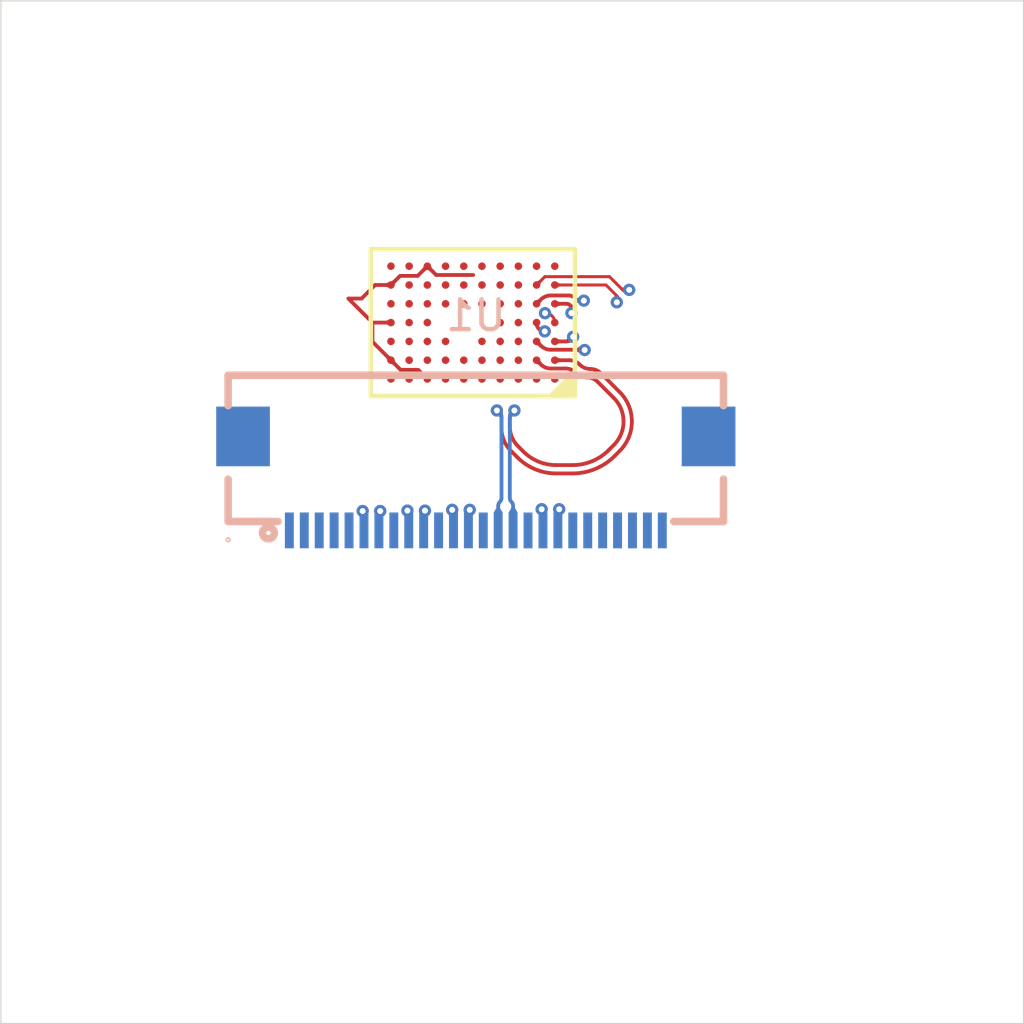
<source format=kicad_pcb>
(kicad_pcb (version 20231212) (generator "pcbnew") (generator_version "7.99")
  (layers (0 "F.Cu" mixed "TopLayer") (1 "In1.Cu" signal "MidLayer1") (2 "In2.Cu" power "MidLayer2") (3 "In3.Cu" power "MidLayer3") (4 "In4.Cu" signal "MidLayer4") (31 "B.Cu" mixed "BottomLayer") (34 "B.Paste" user "BottomPaste") (35 "F.Paste" user "TopPaste") (36 "B.SilkS" user "BottomOverlay") (37 "F.SilkS" user "TopOverlay") (38 "B.Mask" user "BottomSolder") (39 "F.Mask" user "TopSolder") (44 "Edge.Cuts" user))
  (net 0 "")
  (net 1 "GND")
  (net 2 "DOVDD")
  (net 3 "DVDD")
  (net 4 "AVDD")
  (net 7 "Net-(C110-Pad1)")
  (net 10 "Net-(C102-Pad1)")
  (net 13 "Net-(C108-Pad1)")
  (net 14 "Net-(C107-Pad1)")
  (net 15 "Net-(C109-Pad1)")
  (net 24 "/MIPI_MDN1")
  (net 25 "/SID0")
  (net 26 "/MCLK")
  (net 27 "/XVCLK")
  (net 28 "/SCL")
  (net 29 "/RESETB")
  (net 30 "/MIPI_MCN")
  (net 31 "/MIPI_MDP3")
  (net 32 "/MIPI_MDN0")
  (net 33 "/MIPI_MDP2")
  (net 34 "/SDA")
  (net 35 "/MIPI_MDN3")
  (net 36 "/MIPI_MDP1")
  (net 37 "/GPIO1_VSYNC_PWDN")
  (net 38 "/MIPI_MDP0")
  (net 39 "/MIPI_MCP")
  (net 40 "/MIPI_MDN2")
  (net 41 "/GPIO0_FSIN_STROBE")
  (net 42 "GNDA")
  (footprint "BGA7*10" (layer "F.Cu") (at 149.56124 78.41056)
    (property "Reference" "U28" (hide yes))
    (property "Value" "NC" (hide yes))
    (fp_line (start -6.16535 -4.35075) (end 0.67459 -4.35075) (stroke (width 0.1524)) (layer "F.SilkS"))
    (fp_line (start -6.16535 0.57213) (end -6.16535 -4.35075) (stroke (width 0.1524)) (layer "F.SilkS"))
    (fp_line (start -6.16535 0.57213) (end 0.67459 0.57213) (stroke (width 0.1524)) (layer "F.SilkS"))
    (fp_line (start -0.58067 0.57213) (end -0.14516 0.57213) (stroke (width 0.1524)) (layer "F.SilkS"))
    (fp_line (start -0.14516 0.57213) (end 0.67459 -0.24763) (stroke (width 0.1524)) (layer "F.SilkS"))
    (fp_line (start 0.08539 0.5209) (end 0.26042 0.5209) (stroke (width 0.1524)) (layer "F.SilkS"))
    (fp_line (start 0.08539 0.5209) (end 0.67459 -0.06831) (stroke (width 0.1524)) (layer "F.SilkS"))
    (fp_line (start 0.26042 0.5209) (end 0.62334 0.15798) (stroke (width 0.1524)) (layer "F.SilkS"))
    (fp_line (start 0.40774 0.57213) (end 0.5401 0.57213) (stroke (width 0.1524)) (layer "F.SilkS"))
    (fp_line (start 0.40774 0.57213) (end 0.62334 0.35653) (stroke (width 0.1524)) (layer "F.SilkS"))
    (fp_line (start 0.5401 0.57213) (end 0.67459 0.43763) (stroke (width 0.1524)) (layer "F.SilkS"))
    (fp_line (start 0.62334 0.35653) (end 0.62334 0.15798) (stroke (width 0.1524)) (layer "F.SilkS"))
    (fp_line (start 0.67459 -0.06831) (end 0.67459 -0.24763) (stroke (width 0.1524)) (layer "F.SilkS"))
    (fp_line (start 0.67459 0.57213) (end 0.67459 -4.35075) (stroke (width 0.1524)) (layer "F.SilkS"))
    (pad "A1" smd circle (at 0 0 180) (size 0.254 0.254) (layers "F.Cu" "F.Paste" "F.Mask") (clearance 0.0889))
    (pad "A2" smd circle (at -0.61 0 180) (size 0.254 0.254) (layers "F.Cu" "F.Paste" "F.Mask") (net 1 "GND") (clearance 0.0889))
    (pad "A3" smd circle (at -1.22 0 180) (size 0.254 0.254) (layers "F.Cu" "F.Paste" "F.Mask") (net 2 "DOVDD"))
    (pad "A4" smd circle (at -1.83 0 180) (size 0.254 0.254) (layers "F.Cu" "F.Paste" "F.Mask") (net 4 "AVDD"))
    (pad "A5" smd circle (at -2.44 0 180) (size 0.254 0.254) (layers "F.Cu" "F.Paste" "F.Mask") (net 42 "GNDA"))
    (pad "A6" smd circle (at -3.05 0 180) (size 0.254 0.254) (layers "F.Cu" "F.Paste" "F.Mask") (net 28 "/SCL"))
    (pad "A7" smd circle (at -3.66 0 180) (size 0.254 0.254) (layers "F.Cu" "F.Paste" "F.Mask"))
    (pad "A8" smd circle (at -4.27 0 180) (size 0.254 0.254) (layers "F.Cu" "F.Paste" "F.Mask") (net 42 "GNDA"))
    (pad "A9" smd circle (at -4.87999 0 180) (size 0.254 0.254) (layers "F.Cu" "F.Paste" "F.Mask") (net 15 "Net-(C109-Pad1)"))
    (pad "A10" smd circle (at -5.48999 0 180) (size 0.254 0.254) (layers "F.Cu" "F.Paste" "F.Mask"))
    (pad "B1" smd circle (at 0 -0.63 180) (size 0.254 0.254) (layers "F.Cu" "F.Paste" "F.Mask") (net 33 "/MIPI_MDP2") (clearance 0.0889))
    (pad "B2" smd circle (at -0.61 -0.63 180) (size 0.254 0.254) (layers "F.Cu" "F.Paste" "F.Mask") (net 40 "/MIPI_MDN2") (clearance 0.0889))
    (pad "B3" smd circle (at -1.22 -0.63 180) (size 0.254 0.254) (layers "F.Cu" "F.Paste" "F.Mask") (net 3 "DVDD"))
    (pad "B4" smd circle (at -1.83 -0.63 180) (size 0.254 0.254) (layers "F.Cu" "F.Paste" "F.Mask") (net 3 "DVDD"))
    (pad "B5" smd circle (at -2.44 -0.63 180) (size 0.254 0.254) (layers "F.Cu" "F.Paste" "F.Mask"))
    (pad "B6" smd circle (at -3.05 -0.63 180) (size 0.254 0.254) (layers "F.Cu" "F.Paste" "F.Mask") (net 34 "/SDA"))
    (pad "B7" smd circle (at -3.66 -0.63 180) (size 0.254 0.254) (layers "F.Cu" "F.Paste" "F.Mask"))
    (pad "B8" smd circle (at -4.27 -0.63 180) (size 0.254 0.254) (layers "F.Cu" "F.Paste" "F.Mask") (net 4 "AVDD"))
    (pad "B9" smd circle (at -4.88 -0.62999 180) (size 0.254 0.254) (layers "F.Cu" "F.Paste" "F.Mask") (net 7 "Net-(C110-Pad1)"))
    (pad "B10" smd circle (at -5.48999 -0.63 180) (size 0.254 0.254) (layers "F.Cu" "F.Paste" "F.Mask") (net 42 "GNDA"))
    (pad "C1" smd circle (at 0 -1.26 180) (size 0.254 0.254) (layers "F.Cu" "F.Paste" "F.Mask") (net 38 "/MIPI_MDP0") (clearance 0.0889))
    (pad "C2" smd circle (at -0.61 -1.26 180) (size 0.254 0.254) (layers "F.Cu" "F.Paste" "F.Mask") (net 32 "/MIPI_MDN0") (clearance 0.0889))
    (pad "C3" smd circle (at -1.22 -1.26 180) (size 0.254 0.254) (layers "F.Cu" "F.Paste" "F.Mask") (net 3 "DVDD"))
    (pad "C4" smd circle (at -1.83 -1.26 180) (size 0.254 0.254) (layers "F.Cu" "F.Paste" "F.Mask") (net 1 "GND"))
    (pad "C5" smd circle (at -2.44 -1.26 180) (size 0.254 0.254) (layers "F.Cu" "F.Paste" "F.Mask"))
    (pad "C7" smd circle (at -3.66 -1.26 180) (size 0.254 0.254) (layers "F.Cu" "F.Paste" "F.Mask") (net 25 "/SID0"))
    (pad "C8" smd circle (at -4.27 -1.26 180) (size 0.254 0.254) (layers "F.Cu" "F.Paste" "F.Mask"))
    (pad "C9" smd circle (at -4.87999 -1.26 180) (size 0.254 0.254) (layers "F.Cu" "F.Paste" "F.Mask") (net 3 "DVDD"))
    (pad "C10" smd circle (at -5.48999 -1.26 180) (size 0.254 0.254) (layers "F.Cu" "F.Paste" "F.Mask") (net 1 "GND"))
    (pad "D1" smd circle (at 0 -1.89 180) (size 0.254 0.254) (layers "F.Cu" "F.Paste" "F.Mask") (net 39 "/MIPI_MCP") (clearance 0.0889))
    (pad "D2" smd circle (at -0.61 -1.89 180) (size 0.254 0.254) (layers "F.Cu" "F.Paste" "F.Mask") (net 30 "/MIPI_MCN") (clearance 0.0889))
    (pad "D3" smd circle (at -1.22 -1.89 180) (size 0.254 0.254) (layers "F.Cu" "F.Paste" "F.Mask") (net 1 "GND"))
    (pad "D4" smd circle (at -1.83 -1.89 180) (size 0.254 0.254) (layers "F.Cu" "F.Paste" "F.Mask") (net 2 "DOVDD"))
    (pad "D8" smd circle (at -4.27 -1.89 180) (size 0.254 0.254) (layers "F.Cu" "F.Paste" "F.Mask") (net 10 "Net-(C102-Pad1)"))
    (pad "D9" smd circle (at -4.87999 -1.89 180) (size 0.254 0.254) (layers "F.Cu" "F.Paste" "F.Mask") (net 4 "AVDD"))
    (pad "D10" smd circle (at -5.48999 -1.89 180) (size 0.254 0.254) (layers "F.Cu" "F.Paste" "F.Mask") (net 42 "GNDA"))
    (pad "E1" smd circle (at 0 -2.51999 180) (size 0.254 0.254) (layers "F.Cu" "F.Paste" "F.Mask") (net 36 "/MIPI_MDP1") (clearance 0.0889))
    (pad "E2" smd circle (at -0.61 -2.51999 180) (size 0.254 0.254) (layers "F.Cu" "F.Paste" "F.Mask") (net 24 "/MIPI_MDN1") (clearance 0.0889))
    (pad "E3" smd circle (at -1.22 -2.51999 180) (size 0.254 0.254) (layers "F.Cu" "F.Paste" "F.Mask") (net 3 "DVDD"))
    (pad "E4" smd circle (at -1.83 -2.51999 180) (size 0.254 0.254) (layers "F.Cu" "F.Paste" "F.Mask") (net 1 "GND"))
    (pad "E5" smd circle (at -2.44 -2.51999 180) (size 0.254 0.254) (layers "F.Cu" "F.Paste" "F.Mask"))
    (pad "E6" smd circle (at -3.05 -2.51999 180) (size 0.254 0.254) (layers "F.Cu" "F.Paste" "F.Mask"))
    (pad "E7" smd circle (at -3.66 -2.51999 180) (size 0.254 0.254) (layers "F.Cu" "F.Paste" "F.Mask"))
    (pad "E8" smd circle (at -4.27 -2.51999 180) (size 0.254 0.254) (layers "F.Cu" "F.Paste" "F.Mask") (net 1 "GND"))
    (pad "E9" smd circle (at -4.87999 -2.51999 180) (size 0.254 0.254) (layers "F.Cu" "F.Paste" "F.Mask") (net 3 "DVDD"))
    (pad "E10" smd circle (at -5.48999 -2.51999 180) (size 0.254 0.254) (layers "F.Cu" "F.Paste" "F.Mask") (net 1 "GND"))
    (pad "F1" smd circle (at 0 -3.14999 180) (size 0.254 0.254) (layers "F.Cu" "F.Paste" "F.Mask") (net 31 "/MIPI_MDP3") (clearance 0.0889))
    (pad "F2" smd circle (at -0.61 -3.14999 180) (size 0.254 0.254) (layers "F.Cu" "F.Paste" "F.Mask") (net 35 "/MIPI_MDN3") (clearance 0.0889))
    (pad "F3" smd circle (at -1.22 -3.14999 180) (size 0.254 0.254) (layers "F.Cu" "F.Paste" "F.Mask") (net 3 "DVDD"))
    (pad "F4" smd circle (at -1.83 -3.14999 180) (size 0.254 0.254) (layers "F.Cu" "F.Paste" "F.Mask"))
    (pad "F5" smd circle (at -2.44 -3.14999 180) (size 0.254 0.254) (layers "F.Cu" "F.Paste" "F.Mask") (net 27 "/XVCLK"))
    (pad "F6" smd circle (at -3.05 -3.14999 180) (size 0.254 0.254) (layers "F.Cu" "F.Paste" "F.Mask"))
    (pad "F7" smd circle (at -3.66 -3.14999 180) (size 0.254 0.254) (layers "F.Cu" "F.Paste" "F.Mask") (net 37 "/GPIO1_VSYNC_PWDN"))
    (pad "F8" smd circle (at -4.27 -3.14999 180) (size 0.254 0.254) (layers "F.Cu" "F.Paste" "F.Mask") (net 4 "AVDD"))
    (pad "F9" smd circle (at -4.87999 -3.14999 180) (size 0.254 0.254) (layers "F.Cu" "F.Paste" "F.Mask") (net 13 "Net-(C108-Pad1)"))
    (pad "F10" smd circle (at -5.48999 -3.14999 180) (size 0.254 0.254) (layers "F.Cu" "F.Paste" "F.Mask") (net 42 "GNDA"))
    (pad "G1" smd circle (at 0 -3.77999 180) (size 0.254 0.254) (layers "F.Cu" "F.Paste" "F.Mask") (clearance 0.0889))
    (pad "G2" smd circle (at -0.61 -3.77999 180) (size 0.254 0.254) (layers "F.Cu" "F.Paste" "F.Mask") (net 1 "GND") (clearance 0.0889))
    (pad "G3" smd circle (at -1.22 -3.77999 180) (size 0.254 0.254) (layers "F.Cu" "F.Paste" "F.Mask") (net 2 "DOVDD"))
    (pad "G4" smd circle (at -1.83 -3.77999 180) (size 0.254 0.254) (layers "F.Cu" "F.Paste" "F.Mask") (net 4 "AVDD"))
    (pad "G5" smd circle (at -2.44 -3.77999 180) (size 0.254 0.254) (layers "F.Cu" "F.Paste" "F.Mask") (net 42 "GNDA"))
    (pad "G6" smd circle (at -3.05 -3.77999 180) (size 0.254 0.254) (layers "F.Cu" "F.Paste" "F.Mask") (net 41 "/GPIO0_FSIN_STROBE"))
    (pad "G7" smd circle (at -3.66 -3.77999 180) (size 0.254 0.254) (layers "F.Cu" "F.Paste" "F.Mask") (net 29 "/RESETB"))
    (pad "G8" smd circle (at -4.27 -3.77999 180) (size 0.254 0.254) (layers "F.Cu" "F.Paste" "F.Mask") (net 42 "GNDA"))
    (pad "G9" smd circle (at -4.87999 -3.77999 180) (size 0.254 0.254) (layers "F.Cu" "F.Paste" "F.Mask") (net 14 "Net-(C107-Pad1)"))
    (pad "G10" smd circle (at -5.48999 -3.77999 180) (size 0.254 0.254) (layers "F.Cu" "F.Paste" "F.Mask"))
  )
  (footprint "Resistor_SMD:R_0201_0603Metric" (layer "F.Cu") (at 148.905 74.945 90)
    (property "Reference" "REF**" (hide yes))
    (property "Value" "R_0201_0603Metric")
  )
  (footprint "Resistor_SMD:R_0201_0603Metric" (layer "F.Cu") (at 149.615 74.945 90)
    (property "Reference" "REF**" (hide yes))
    (property "Value" "R_0201_0603Metric")
  )
  (footprint "jlc:FPC-SMD_P0.50-26P_QCHF-SM-H2.0" (layer "B.Cu") (at 146.915102 81.910057 180)
    (property "Reference" "U1" (at 0 5.62507 180) (layer "B.SilkS") (effects (justify mirror)))
    (property "Value" "111")
    (fp_line (start 8.299975 3.62507) (end -8.299975 3.62507) (stroke (width 0.254)) (layer "B.SilkS"))
    (fp_line (start 8.299975 2.606223) (end 8.299975 3.62507) (stroke (width 0.254)) (layer "B.SilkS"))
    (fp_line (start 8.299975 -1.274981) (end 8.299975 0.143917) (stroke (width 0.254)) (layer "B.SilkS"))
    (fp_line (start 6.629134 -1.274981) (end 8.299975 -1.274981) (stroke (width 0.254)) (layer "B.SilkS"))
    (fp_line (start -8.299975 3.586817) (end -8.299975 2.606223) (stroke (width 0.254)) (layer "B.SilkS"))
    (fp_line (start -8.299975 0.143917) (end -8.299975 -1.274981) (stroke (width 0.254)) (layer "B.SilkS"))
    (fp_line (start -8.299975 -1.274981) (end -6.631166 -1.274981) (stroke (width 0.254)) (layer "B.SilkS"))
    (fp_circle (center 8.300229 -1.890018) (end 8.330201 -1.890018) (stroke (width 0.059995)) (fill none) (layer "B.SilkS"))
    (fp_circle (center 6.949962 -1.659893) (end 7.14732 -1.659893) (stroke (width 0.254)) (fill none) (layer "B.SilkS"))
    (pad "1" smd rect (at -6.249936 -1.575057) (size 0.3 1.2) (layers "B.Cu" "B.Paste" "B.Mask") (net 3 "DVDD"))
    (pad "2" smd rect (at -5.750064 -1.575057) (size 0.3 1.2) (layers "B.Cu" "B.Paste" "B.Mask") (net 4 "AVDD"))
    (pad "3" smd rect (at -5.249936 -1.575057) (size 0.3 1.2) (layers "B.Cu" "B.Paste" "B.Mask") (net 25 "/SID0"))
    (pad "4" smd rect (at -4.750064 -1.575057) (size 0.3 1.2) (layers "B.Cu" "B.Paste" "B.Mask") (net 41 "/GPIO0_FSIN_STROBE"))
    (pad "5" smd rect (at -4.249936 -1.575057) (size 0.3 1.2) (layers "B.Cu" "B.Paste" "B.Mask") (net 37 "/GPIO1_VSYNC_PWDN"))
    (pad "6" smd rect (at -3.750064 -1.575057) (size 0.3 1.2) (layers "B.Cu" "B.Paste" "B.Mask") (net 26 "/MCLK"))
    (pad "7" smd rect (at -3.249936 -1.575057) (size 0.3 1.2) (layers "B.Cu" "B.Paste" "B.Mask") (net 1 "GND"))
    (pad "8" smd rect (at -2.750064 -1.575057) (size 0.3 1.2) (layers "B.Cu" "B.Paste" "B.Mask") (net 35 "/MIPI_MDN3"))
    (pad "9" smd rect (at -2.249936 -1.575057) (size 0.3 1.2) (layers "B.Cu" "B.Paste" "B.Mask") (net 31 "/MIPI_MDP3"))
    (pad "10" smd rect (at -1.750064 -1.575057) (size 0.3 1.2) (layers "B.Cu" "B.Paste" "B.Mask") (net 1 "GND"))
    (pad "11" smd rect (at -1.249936 -1.575057) (size 0.3 1.2) (layers "B.Cu" "B.Paste" "B.Mask") (net 40 "/MIPI_MDN2"))
    (pad "12" smd rect (at -0.750064 -1.575057) (size 0.3 1.2) (layers "B.Cu" "B.Paste" "B.Mask") (net 33 "/MIPI_MDP2"))
    (pad "13" smd rect (at -0.249936 -1.575057) (size 0.3 1.2) (layers "B.Cu" "B.Paste" "B.Mask") (net 1 "GND"))
    (pad "14" smd rect (at 0.247904 -1.573533) (size 0.3 1.2) (layers "B.Cu" "B.Paste" "B.Mask") (net 24 "/MIPI_MDN1"))
    (pad "15" smd rect (at 0.748031 -1.573533) (size 0.3 1.2) (layers "B.Cu" "B.Paste" "B.Mask") (net 36 "/MIPI_MDP1"))
    (pad "16" smd rect (at 1.247904 -1.573533) (size 0.3 1.2) (layers "B.Cu" "B.Paste" "B.Mask") (net 1 "GND"))
    (pad "17" smd rect (at 1.748031 -1.573533) (size 0.3 1.2) (layers "B.Cu" "B.Paste" "B.Mask") (net 32 "/MIPI_MDN0"))
    (pad "18" smd rect (at 2.247904 -1.573533) (size 0.3 1.2) (layers "B.Cu" "B.Paste" "B.Mask") (net 38 "/MIPI_MDP0"))
    (pad "19" smd rect (at 2.748031 -1.573533) (size 0.3 1.2) (layers "B.Cu" "B.Paste" "B.Mask") (net 1 "GND"))
    (pad "20" smd rect (at 3.247904 -1.573533) (size 0.3 1.2) (layers "B.Cu" "B.Paste" "B.Mask") (net 30 "/MIPI_MCN"))
    (pad "21" smd rect (at 3.748031 -1.573533) (size 0.3 1.2) (layers "B.Cu" "B.Paste" "B.Mask") (net 39 "/MIPI_MCP"))
    (pad "22" smd rect (at 4.247904 -1.573533) (size 0.3 1.2) (layers "B.Cu" "B.Paste" "B.Mask") (net 1 "GND"))
    (pad "23" smd rect (at 4.748031 -1.573533) (size 0.3 1.2) (layers "B.Cu" "B.Paste" "B.Mask") (net 34 "/SDA"))
    (pad "24" smd rect (at 5.247904 -1.573533) (size 0.3 1.2) (layers "B.Cu" "B.Paste" "B.Mask") (net 28 "/SCL"))
    (pad "25" smd rect (at 5.748031 -1.573533) (size 0.3 1.2) (layers "B.Cu" "B.Paste" "B.Mask") (net 29 "/RESETB"))
    (pad "26" smd rect (at 6.247904 -1.573533) (size 0.3 1.2) (layers "B.Cu" "B.Paste" "B.Mask") (net 2 "DOVDD"))
    (pad "27" smd rect (at 7.800102 1.575057) (size 1.8 2) (layers "B.Cu" "B.Paste" "B.Mask") (net 1 "GND"))
    (pad "28" smd rect (at -7.800102 1.575057) (size 1.8 2) (layers "B.Cu" "B.Paste" "B.Mask") (net 1 "GND"))
  )
  (gr_rect (start 130.995 65.735) (end 165.275 100.015) (stroke (width 0.05)) (fill none) (layer "Edge.Cuts"))
  (segment (start 150.020181 75.61117) (end 149.428205 75.61117) (width 0.127) (layer "F.Cu") (net 24))
  (segment (start 149.09094 75.75087) (end 148.95124 75.89057) (width 0.127) (layer "F.Cu") (net 24))
  (segment (start 150.230013 75.698085) (end 150.239827 75.707899) (width 0.127) (layer "F.Cu") (net 24))
  (segment (start 150.425964 75.785) (end 150.535 75.785) (width 0.127) (layer "F.Cu") (net 24))
  (via (at 150.535 75.785) (size 0.41) (drill 0.2) (layers "F.Cu" "B.Cu") (net 24))
  (via (at 146.711035 82.795) (size 0.41) (drill 0.2) (layers "F.Cu" "B.Cu") (net 24))
  (arc (start 149.09094 75.75087) (mid 149.245678 75.647476) (end 149.428205 75.61117) (width 0.127) (layer "F.Cu") (net 24))
  (arc (start 150.239827 75.707899) (mid 150.325227 75.764962) (end 150.425964 75.785) (width 0.127) (layer "F.Cu") (net 24))
  (arc (start 150.020181 75.61117) (mid 150.133741 75.633758) (end 150.230013 75.698085) (width 0.127) (layer "F.Cu") (net 24))
  (segment (start 146.667198 82.869834) (end 146.667198 83.48359) (width 0.1016) (layer "B.Cu") (net 24))
  (segment (start 146.711035 82.795) (end 146.689116 82.816918) (width 0.1016) (layer "B.Cu") (net 24))
  (arc (start 146.689116 82.816918) (mid 146.672894 82.841196) (end 146.667198 82.869834) (width 0.1016) (layer "B.Cu") (net 24))
  (segment (start 148.95124 76.54124) (end 148.95124 76.52178) (width 0.127) (layer "F.Cu") (net 30))
  (segment (start 148.95124 76.52178) (end 148.95124 76.523001) (width 0.127) (layer "F.Cu") (net 30))
  (via (at 149.225 76.815) (size 0.41) (drill 0.2) (layers "F.Cu" "B.Cu") (net 30))
  (via (at 143.711035 82.835) (size 0.41) (drill 0.2) (layers "F.Cu" "B.Cu") (net 30))
  (arc (start 148.95124 76.54124) (mid 149.031422 76.734818) (end 149.225 76.815) (width 0.127) (layer "F.Cu") (net 30))
  (arc (start 148.95124 76.52178) (mid 148.95124 76.52178) (end 148.95124 76.52178) (width 0.127) (layer "F.Cu") (net 30))
  (segment (start 143.711035 82.835) (end 143.689116 82.856918) (width 0.1016) (layer "B.Cu") (net 30))
  (segment (start 143.667198 82.909834) (end 143.667198 83.48359) (width 0.1016) (layer "B.Cu") (net 30))
  (arc (start 143.689116 82.856918) (mid 143.672894 82.881196) (end 143.667198 82.909834) (width 0.1016) (layer "B.Cu") (net 30))
  (segment (start 149.56124 75.26057) (end 151.277366 75.26057) (width 0.1016) (layer "F.Cu") (net 31))
  (segment (start 151.639362 75.622566) (end 151.639362 75.840638) (width 0.1016) (layer "F.Cu") (net 31))
  (segment (start 151.277366 75.26057) (end 151.639362 75.622566) (width 0.1016) (layer "F.Cu") (net 31))
  (via (at 151.639362 75.840638) (size 0.41) (drill 0.2) (layers "F.Cu" "B.Cu") (net 31))
  (via (at 149.121202 82.775) (size 0.41) (drill 0.2) (layers "F.Cu" "B.Cu") (net 31))
  (segment (start 149.14312 82.796918) (end 149.121202 82.775) (width 0.1016) (layer "B.Cu") (net 31))
  (segment (start 149.165038 82.849832) (end 149.165038 83.485114) (width 0.1016) (layer "B.Cu") (net 31))
  (arc (start 149.165038 82.849832) (mid 149.159341 82.821195) (end 149.14312 82.796918) (width 0.1016) (layer "B.Cu") (net 31))
  (segment (start 150.562655 77.439349) (end 150.55796 77.434654) (width 0.127) (layer "F.Cu") (net 32))
  (segment (start 149.428205 77.42996) (end 150.546626 77.42996) (width 0.127) (layer "F.Cu") (net 32))
  (segment (start 149.09094 77.29026) (end 148.95124 77.15056) (width 0.127) (layer "F.Cu") (net 32))
  (via (at 145.211035 82.821503) (size 0.41) (drill 0.2) (layers "F.Cu" "B.Cu") (net 32))
  (via (at 150.562655 77.439349) (size 0.41) (drill 0.2) (layers "F.Cu" "B.Cu") (net 32))
  (arc (start 150.55796 77.434654) (mid 150.55276 77.431179) (end 150.546626 77.42996) (width 0.127) (layer "F.Cu") (net 32))
  (arc (start 149.428205 77.42996) (mid 149.245678 77.393653) (end 149.09094 77.29026) (width 0.127) (layer "F.Cu") (net 32))
  (segment (start 145.167071 82.896554) (end 145.167071 83.48359) (width 0.1016) (layer "B.Cu") (net 32))
  (segment (start 145.189053 82.843485) (end 145.211035 82.821503) (width 0.1016) (layer "B.Cu") (net 32))
  (arc (start 145.167071 82.896554) (mid 145.172783 82.867833) (end 145.189053 82.843485) (width 0.1016) (layer "B.Cu") (net 32))
  (segment (start 147.621202 79.465) (end 147.698302 79.5421) (width 0.127) (layer "F.Cu") (net 33))
  (segment (start 151.563783 80.993783) (end 151.736087 80.821478) (width 0.127) (layer "F.Cu") (net 33))
  (segment (start 147.775402 80.061084) (end 147.775402 79.728235) (width 0.127) (layer "F.Cu") (net 33))
  (segment (start 150.039713 77.78056) (end 149.56124 77.78056) (width 0.127) (layer "F.Cu") (net 33))
  (segment (start 148.311268 81.038834) (end 148.087861 80.815427) (width 0.127) (layer "F.Cu") (net 33))
  (segment (start 149.604962 81.5747) (end 150.161325 81.5747) (width 0.127) (layer "F.Cu") (net 33))
  (segment (start 150.751278 78.0753) (end 150.752866 78.0753) (width 0.127) (layer "F.Cu") (net 33))
  (segment (start 151.111358 78.223792) (end 151.736087 78.848521) (width 0.127) (layer "F.Cu") (net 33))
  (via (at 147.621202 79.465) (size 0.41) (drill 0.2) (layers "F.Cu" "B.Cu") (net 33))
  (arc (start 147.775402 80.061084) (mid 147.856607 80.469331) (end 148.087861 80.815427) (width 0.127) (layer "F.Cu") (net 33))
  (arc (start 151.563783 80.993783) (mid 150.920329 81.423724) (end 150.161325 81.5747) (width 0.127) (layer "F.Cu") (net 33))
  (arc (start 150.039713 77.78056) (mid 150.232261 77.81886) (end 150.395496 77.92793) (width 0.127) (layer "F.Cu") (net 33))
  (arc (start 148.311268 81.038834) (mid 148.90482 81.435432) (end 149.604962 81.5747) (width 0.127) (layer "F.Cu") (net 33))
  (arc (start 151.736087 78.848521) (mid 152.038504 79.301121) (end 152.1447 79.835) (width 0.127) (layer "F.Cu") (net 33))
  (arc (start 147.775402 79.728235) (mid 147.755364 79.627499) (end 147.698302 79.5421) (width 0.127) (layer "F.Cu") (net 33))
  (arc (start 150.752866 78.0753) (mid 150.94688 78.113891) (end 151.111358 78.223792) (width 0.127) (layer "F.Cu") (net 33))
  (arc (start 151.736087 80.821478) (mid 152.038504 80.368878) (end 152.1447 79.835) (width 0.127) (layer "F.Cu") (net 33))
  (arc (start 150.751278 78.0753) (mid 150.55873 78.036999) (end 150.395496 77.92793) (width 0.127) (layer "F.Cu") (net 33))
  (segment (start 147.621202 79.465) (end 147.698302 79.5421) (width 0.127) (layer "B.Cu") (net 33))
  (segment (start 147.775402 79.728235) (end 147.775402 82.396928) (width 0.127) (layer "B.Cu") (net 33))
  (segment (start 147.665166 82.663061) (end 147.665166 83.485114) (width 0.127) (layer "B.Cu") (net 33))
  (arc (start 147.775402 82.396928) (mid 147.761077 82.468943) (end 147.720284 82.529995) (width 0.127) (layer "B.Cu") (net 33))
  (arc (start 147.665166 82.663061) (mid 147.67949 82.591046) (end 147.720284 82.529995) (width 0.127) (layer "B.Cu") (net 33))
  (arc (start 147.775402 79.728235) (mid 147.755364 79.627499) (end 147.698302 79.5421) (width 0.127) (layer "B.Cu") (net 33))
  (segment (start 148.95124 75.26057) (end 149.23064 74.98117) (width 0.1016) (layer "F.Cu") (net 35))
  (segment (start 149.23064 74.98117) (end 151.393098 74.98117) (width 0.1016) (layer "F.Cu") (net 35))
  (segment (start 151.393098 74.98117) (end 151.836928 75.425) (width 0.1016) (layer "F.Cu") (net 35))
  (segment (start 152.055 75.425) (end 151.836928 75.425) (width 0.1016) (layer "F.Cu") (net 35))
  (via (at 149.709002 82.775) (size 0.41) (drill 0.2) (layers "F.Cu" "B.Cu") (net 35))
  (via (at 152.055 75.425) (size 0.41) (drill 0.2) (layers "F.Cu" "B.Cu") (net 35))
  (segment (start 149.709002 82.775) (end 149.687084 82.796918) (width 0.1016) (layer "B.Cu") (net 35))
  (segment (start 149.665166 82.849832) (end 149.665166 83.485114) (width 0.1016) (layer "B.Cu") (net 35))
  (arc (start 149.665166 82.849832) (mid 149.670862 82.821195) (end 149.687084 82.796918) (width 0.1016) (layer "B.Cu") (net 35))
  (segment (start 150.119362 76.200638) (end 150.119362 76.047616) (width 0.127) (layer "F.Cu") (net 36))
  (segment (start 149.962315 75.89057) (end 149.56124 75.89057) (width 0.127) (layer "F.Cu") (net 36))
  (via (at 146.123235 82.795) (size 0.41) (drill 0.2) (layers "F.Cu" "B.Cu") (net 36))
  (via (at 150.119362 76.200638) (size 0.41) (drill 0.2) (layers "F.Cu" "B.Cu") (net 36))
  (arc (start 149.962315 75.89057) (mid 150.022414 75.902524) (end 150.073364 75.936568) (width 0.127) (layer "F.Cu") (net 36))
  (arc (start 150.119362 76.047616) (mid 150.107407 75.987517) (end 150.073364 75.936568) (width 0.127) (layer "F.Cu") (net 36))
  (segment (start 146.145153 82.816918) (end 146.123235 82.795) (width 0.1016) (layer "B.Cu") (net 36))
  (segment (start 146.167071 82.869832) (end 146.167071 83.48359) (width 0.1016) (layer "B.Cu") (net 36))
  (arc (start 146.167071 82.869832) (mid 146.161374 82.841195) (end 146.145153 82.816918) (width 0.1016) (layer "B.Cu") (net 36))
  (segment (start 150.176463 76.996878) (end 150.099622 77.073719) (width 0.127) (layer "F.Cu") (net 38))
  (segment (start 149.914111 77.15056) (end 149.56124 77.15056) (width 0.127) (layer "F.Cu") (net 38))
  (via (at 150.176463 76.996878) (size 0.41) (drill 0.2) (layers "F.Cu" "B.Cu") (net 38))
  (via (at 144.623235 82.821503) (size 0.41) (drill 0.2) (layers "F.Cu" "B.Cu") (net 38))
  (arc (start 149.914111 77.15056) (mid 150.014508 77.130589) (end 150.099622 77.073719) (width 0.127) (layer "F.Cu") (net 38))
  (segment (start 144.623235 82.821503) (end 144.645216 82.843484) (width 0.1016) (layer "B.Cu") (net 38))
  (segment (start 144.667198 82.896552) (end 144.667198 83.48359) (width 0.1016) (layer "B.Cu") (net 38))
  (arc (start 144.667198 82.896552) (mid 144.661485 82.867832) (end 144.645216 82.843484) (width 0.1016) (layer "B.Cu") (net 38))
  (segment (start 149.24568 76.205) (end 149.235 76.205) (width 0.1016) (layer "F.Cu") (net 39))
  (via (at 143.123235 82.835) (size 0.41) (drill 0.2) (layers "F.Cu" "B.Cu") (net 39))
  (via (at 149.235 76.205) (size 0.41) (drill 0.2) (layers "F.Cu" "B.Cu") (net 39))
  (arc (start 149.56124 76.52056) (mid 149.468815 76.297425) (end 149.24568 76.205) (width 0.1016) (layer "F.Cu") (net 39))
  (segment (start 143.167071 82.909832) (end 143.167071 83.48359) (width 0.1016) (layer "B.Cu") (net 39))
  (segment (start 143.145153 82.856918) (end 143.123235 82.835) (width 0.1016) (layer "B.Cu") (net 39))
  (arc (start 143.167071 82.909832) (mid 143.161374 82.881195) (end 143.145153 82.856918) (width 0.1016) (layer "B.Cu") (net 39))
  (segment (start 149.09094 77.92026) (end 148.95124 77.78056) (width 0.127) (layer "F.Cu") (net 40))
  (segment (start 150.635546 78.3547) (end 150.637134 78.3547) (width 0.127) (layer "F.Cu") (net 40))
  (segment (start 149.923981 78.05996) (end 149.428205 78.05996) (width 0.127) (layer "F.Cu") (net 40))
  (segment (start 150.995626 78.503192) (end 151.538392 79.045958) (width 0.127) (layer "F.Cu") (net 40))
  (segment (start 148.131902 79.5421) (end 148.209002 79.465) (width 0.127) (layer "F.Cu") (net 40))
  (segment (start 150.161324 81.2953) (end 149.604964 81.2953) (width 0.127) (layer "F.Cu") (net 40))
  (segment (start 148.326343 80.658777) (end 148.508834 80.841268) (width 0.127) (layer "F.Cu") (net 40))
  (segment (start 148.054802 79.728235) (end 148.054802 80.003218) (width 0.127) (layer "F.Cu") (net 40))
  (segment (start 151.366217 80.796217) (end 151.538521 80.623912) (width 0.127) (layer "F.Cu") (net 40))
  (via (at 148.209002 79.465) (size 0.41) (drill 0.2) (layers "F.Cu" "B.Cu") (net 40))
  (arc (start 148.326343 80.658777) (mid 148.125373 80.358004) (end 148.054802 80.003218) (width 0.127) (layer "F.Cu") (net 40))
  (arc (start 149.09094 77.92026) (mid 149.245678 78.023653) (end 149.428205 78.05996) (width 0.127) (layer "F.Cu") (net 40))
  (arc (start 150.995626 78.503192) (mid 150.831148 78.393291) (end 150.637134 78.3547) (width 0.127) (layer "F.Cu") (net 40))
  (arc (start 148.508834 80.841268) (mid 149.011742 81.1773) (end 149.604964 81.2953) (width 0.127) (layer "F.Cu") (net 40))
  (arc (start 151.8653 79.835) (mid 151.780372 80.261956) (end 151.538521 80.623912) (width 0.127) (layer "F.Cu") (net 40))
  (arc (start 150.635546 78.3547) (mid 150.442998 78.316399) (end 150.279764 78.20733) (width 0.127) (layer "F.Cu") (net 40))
  (arc (start 148.131902 79.5421) (mid 148.074839 79.627499) (end 148.054802 79.728235) (width 0.127) (layer "F.Cu") (net 40))
  (arc (start 149.923981 78.05996) (mid 150.116529 78.09826) (end 150.279764 78.20733) (width 0.127) (layer "F.Cu") (net 40))
  (arc (start 151.366217 80.796217) (mid 150.813407 81.165592) (end 150.161324 81.2953) (width 0.127) (layer "F.Cu") (net 40))
  (arc (start 151.8653 79.835) (mid 151.780339 79.408058) (end 151.538392 79.045958) (width 0.127) (layer "F.Cu") (net 40))
  (segment (start 148.054802 82.396928) (end 148.054802 79.728235) (width 0.127) (layer "B.Cu") (net 40))
  (segment (start 148.209002 79.465) (end 148.131902 79.5421) (width 0.127) (layer "B.Cu") (net 40))
  (segment (start 148.165038 82.663061) (end 148.165038 83.485114) (width 0.127) (layer "B.Cu") (net 40))
  (arc (start 148.131902 79.5421) (mid 148.074839 79.627499) (end 148.054802 79.728235) (width 0.127) (layer "B.Cu") (net 40))
  (arc (start 148.054802 82.396928) (mid 148.069126 82.468943) (end 148.10992 82.529995) (width 0.127) (layer "B.Cu") (net 40))
  (arc (start 148.10992 82.529995) (mid 148.150713 82.591046) (end 148.165038 82.663061) (width 0.127) (layer "B.Cu") (net 40))
  (segment (start 143.08592 75.715) (end 142.645 75.715) (width 0.127) (layer "F.Cu") (net 42))
  (segment (start 143.45056 76.52056) (end 142.645 75.715) (width 0.127) (layer "F.Cu") (net 42))
  (segment (start 144.07125 77.78056) (end 143.45056 77.15987) (width 0.127) (layer "F.Cu") (net 42))
  (segment (start 145.29124 74.63057) (end 144.96681 74.955) (width 0.127) (layer "F.Cu") (net 42))
  (segment (start 144.96681 74.955) (end 144.37682 74.955) (width 0.127) (layer "F.Cu") (net 42))
  (segment (start 144.07125 75.26057) (end 143.54035 75.26057) (width 0.127) (layer "F.Cu") (net 42))
  (segment (start 144.98568 78.105) (end 144.39569 78.105) (width 0.127) (layer "F.Cu") (net 42))
  (segment (start 143.54035 75.26057) (end 143.08592 75.715) (width 0.127) (layer "F.Cu") (net 42))
  (segment (start 144.07125 76.52056) (end 143.45056 76.52056) (width 0.127) (layer "F.Cu") (net 42))
  (segment (start 143.45056 77.15987) (end 143.45056 76.52056) (width 0.127) (layer "F.Cu") (net 42))
  (segment (start 144.37682 74.955) (end 144.07125 75.26057) (width 0.127) (layer "F.Cu") (net 42))
  (segment (start 146.82681 74.925) (end 145.58567 74.925) (width 0.127) (layer "F.Cu") (net 42))
  (segment (start 145.29124 78.41056) (end 144.98568 78.105) (width 0.127) (layer "F.Cu") (net 42))
  (segment (start 145.58567 74.925) (end 145.29124 74.63057) (width 0.127) (layer "F.Cu") (net 42))
  (segment (start 144.39569 78.105) (end 144.07125 77.78056) (width 0.127) (layer "F.Cu") (net 42))
)
</source>
